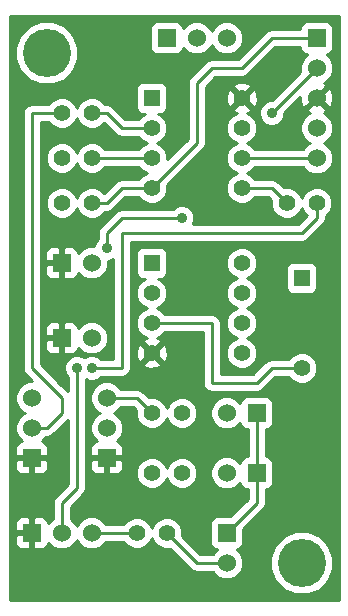
<source format=gtl>
G04 (created by PCBNEW (2013-07-07 BZR 4022)-stable) date 5/14/2015 10:53:47 PM*
%MOIN*%
G04 Gerber Fmt 3.4, Leading zero omitted, Abs format*
%FSLAX34Y34*%
G01*
G70*
G90*
G04 APERTURE LIST*
%ADD10C,0.00590551*%
%ADD11C,0.055*%
%ADD12R,0.06X0.06*%
%ADD13C,0.06*%
%ADD14R,0.055X0.055*%
%ADD15C,0.16*%
%ADD16C,0.035*%
%ADD17C,0.01*%
G04 APERTURE END LIST*
G54D10*
G54D11*
X72000Y-46500D03*
X71000Y-46500D03*
X69000Y-38000D03*
X68000Y-38000D03*
X69000Y-36500D03*
X68000Y-36500D03*
X75500Y-39500D03*
X76500Y-39500D03*
X69000Y-39500D03*
X68000Y-39500D03*
X72000Y-48500D03*
X71000Y-48500D03*
X71500Y-50500D03*
X70500Y-50500D03*
G54D12*
X76500Y-34000D03*
G54D13*
X76500Y-35000D03*
X76500Y-36000D03*
X76500Y-37000D03*
X76500Y-38000D03*
G54D12*
X67000Y-48000D03*
G54D13*
X67000Y-47000D03*
X67000Y-46000D03*
G54D12*
X69500Y-48000D03*
G54D13*
X69500Y-47000D03*
X69500Y-46000D03*
G54D12*
X67000Y-50500D03*
G54D13*
X68000Y-50500D03*
X69000Y-50500D03*
G54D12*
X74500Y-46500D03*
G54D13*
X73500Y-46500D03*
G54D12*
X74500Y-48500D03*
G54D13*
X73500Y-48500D03*
G54D12*
X73500Y-50500D03*
G54D13*
X73500Y-51500D03*
G54D12*
X68000Y-41500D03*
G54D13*
X69000Y-41500D03*
G54D12*
X68000Y-44000D03*
G54D13*
X69000Y-44000D03*
G54D14*
X71000Y-41500D03*
G54D11*
X71000Y-42500D03*
X71000Y-43500D03*
X71000Y-44500D03*
X74000Y-44500D03*
X74000Y-43500D03*
X74000Y-42500D03*
X74000Y-41500D03*
G54D14*
X71000Y-36000D03*
G54D11*
X71000Y-37000D03*
X71000Y-38000D03*
X71000Y-39000D03*
X74000Y-39000D03*
X74000Y-38000D03*
X74000Y-37000D03*
X74000Y-36000D03*
G54D14*
X76000Y-42000D03*
G54D11*
X76000Y-45000D03*
G54D15*
X67500Y-34500D03*
X76000Y-51500D03*
G54D12*
X71500Y-34000D03*
G54D13*
X72500Y-34000D03*
X73500Y-34000D03*
G54D16*
X69500Y-41000D03*
X72000Y-40000D03*
X69000Y-45000D03*
X68500Y-45000D03*
X75000Y-36500D03*
G54D17*
X69500Y-46000D02*
X70500Y-46000D01*
X70500Y-46000D02*
X71000Y-46500D01*
X70000Y-40000D02*
X69500Y-40500D01*
X69500Y-40500D02*
X69500Y-41000D01*
X72000Y-40000D02*
X70000Y-40000D01*
X69000Y-36500D02*
X69500Y-36500D01*
X70000Y-37000D02*
X71000Y-37000D01*
X69500Y-36500D02*
X70000Y-37000D01*
X69000Y-38000D02*
X71000Y-38000D01*
X71500Y-50500D02*
X72500Y-51500D01*
X72500Y-51500D02*
X73500Y-51500D01*
X76000Y-45000D02*
X75000Y-45000D01*
X73000Y-43500D02*
X71000Y-43500D01*
X73000Y-45500D02*
X73000Y-43500D01*
X74500Y-45500D02*
X73000Y-45500D01*
X75000Y-45000D02*
X74500Y-45500D01*
X74000Y-38000D02*
X76500Y-38000D01*
X76500Y-34000D02*
X75000Y-34000D01*
X72500Y-37500D02*
X71000Y-39000D01*
X72500Y-35500D02*
X72500Y-37500D01*
X73000Y-35000D02*
X72500Y-35500D01*
X74000Y-35000D02*
X73000Y-35000D01*
X75000Y-34000D02*
X74000Y-35000D01*
X69000Y-39500D02*
X69500Y-39500D01*
X70000Y-39000D02*
X71000Y-39000D01*
X69500Y-39500D02*
X70000Y-39000D01*
X76500Y-40000D02*
X76000Y-40500D01*
X76000Y-40500D02*
X70000Y-40500D01*
X70000Y-40500D02*
X70000Y-45000D01*
X70000Y-45000D02*
X69000Y-45000D01*
X76500Y-39500D02*
X76500Y-40000D01*
X68000Y-49500D02*
X68500Y-49000D01*
X68500Y-49000D02*
X68500Y-45000D01*
X68000Y-49500D02*
X68000Y-50500D01*
X74000Y-39000D02*
X75000Y-39000D01*
X75000Y-39000D02*
X75500Y-39500D01*
X69000Y-50500D02*
X70500Y-50500D01*
X67000Y-47000D02*
X67500Y-47000D01*
X67000Y-36500D02*
X68000Y-36500D01*
X67000Y-45000D02*
X67000Y-36500D01*
X68000Y-46000D02*
X67000Y-45000D01*
X68000Y-46500D02*
X68000Y-46000D01*
X67500Y-47000D02*
X68000Y-46500D01*
X76500Y-35000D02*
X75000Y-36500D01*
X74500Y-46500D02*
X74500Y-48500D01*
X73500Y-50500D02*
X74500Y-49500D01*
X74500Y-49500D02*
X74500Y-48500D01*
G54D10*
G36*
X77230Y-52730D02*
X77054Y-52730D01*
X77054Y-36081D01*
X77043Y-35863D01*
X76981Y-35712D01*
X76885Y-35684D01*
X76570Y-36000D01*
X76885Y-36315D01*
X76981Y-36287D01*
X77054Y-36081D01*
X77054Y-52730D01*
X77050Y-52730D01*
X77050Y-51292D01*
X77050Y-51291D01*
X77050Y-37891D01*
X76966Y-37688D01*
X76811Y-37534D01*
X76730Y-37500D01*
X76811Y-37466D01*
X76965Y-37311D01*
X77049Y-37109D01*
X77050Y-36891D01*
X76966Y-36688D01*
X76811Y-36534D01*
X76736Y-36502D01*
X76787Y-36481D01*
X76815Y-36385D01*
X76500Y-36070D01*
X76184Y-36385D01*
X76212Y-36481D01*
X76267Y-36500D01*
X76188Y-36533D01*
X76034Y-36688D01*
X75950Y-36890D01*
X75949Y-37108D01*
X76033Y-37311D01*
X76188Y-37465D01*
X76269Y-37499D01*
X76188Y-37533D01*
X76034Y-37688D01*
X76029Y-37700D01*
X74529Y-37700D01*
X74529Y-36075D01*
X74518Y-35867D01*
X74460Y-35727D01*
X74367Y-35702D01*
X74297Y-35773D01*
X74297Y-35632D01*
X74272Y-35539D01*
X74075Y-35470D01*
X73867Y-35481D01*
X73727Y-35539D01*
X73702Y-35632D01*
X74000Y-35929D01*
X74297Y-35632D01*
X74297Y-35773D01*
X74070Y-36000D01*
X74367Y-36297D01*
X74460Y-36272D01*
X74529Y-36075D01*
X74529Y-37700D01*
X74442Y-37700D01*
X74297Y-37555D01*
X74164Y-37499D01*
X74297Y-37445D01*
X74444Y-37297D01*
X74524Y-37104D01*
X74525Y-36896D01*
X74445Y-36703D01*
X74297Y-36555D01*
X74171Y-36502D01*
X74272Y-36460D01*
X74297Y-36367D01*
X74000Y-36070D01*
X73929Y-36141D01*
X73929Y-36000D01*
X73632Y-35702D01*
X73539Y-35727D01*
X73470Y-35924D01*
X73481Y-36132D01*
X73539Y-36272D01*
X73632Y-36297D01*
X73929Y-36000D01*
X73929Y-36141D01*
X73702Y-36367D01*
X73727Y-36460D01*
X73837Y-36499D01*
X73703Y-36554D01*
X73555Y-36702D01*
X73475Y-36895D01*
X73474Y-37103D01*
X73554Y-37297D01*
X73702Y-37444D01*
X73835Y-37500D01*
X73703Y-37554D01*
X73555Y-37702D01*
X73475Y-37895D01*
X73474Y-38103D01*
X73554Y-38297D01*
X73702Y-38444D01*
X73835Y-38500D01*
X73703Y-38554D01*
X73555Y-38702D01*
X73475Y-38895D01*
X73474Y-39103D01*
X73554Y-39297D01*
X73702Y-39444D01*
X73895Y-39524D01*
X74103Y-39525D01*
X74297Y-39445D01*
X74442Y-39300D01*
X74875Y-39300D01*
X74975Y-39399D01*
X74974Y-39603D01*
X75054Y-39797D01*
X75202Y-39944D01*
X75395Y-40024D01*
X75603Y-40025D01*
X75797Y-39945D01*
X75944Y-39797D01*
X76000Y-39664D01*
X76054Y-39797D01*
X76166Y-39909D01*
X75875Y-40200D01*
X72377Y-40200D01*
X72424Y-40084D01*
X72425Y-39915D01*
X72360Y-39759D01*
X72241Y-39639D01*
X72084Y-39575D01*
X71915Y-39574D01*
X71759Y-39639D01*
X71698Y-39700D01*
X70000Y-39700D01*
X69885Y-39722D01*
X69787Y-39787D01*
X69287Y-40287D01*
X69222Y-40385D01*
X69200Y-40500D01*
X69200Y-40698D01*
X69139Y-40758D01*
X69075Y-40915D01*
X69075Y-40950D01*
X68891Y-40949D01*
X68688Y-41033D01*
X68549Y-41172D01*
X68549Y-41150D01*
X68511Y-41058D01*
X68441Y-40987D01*
X68349Y-40949D01*
X68112Y-40950D01*
X68050Y-41012D01*
X68050Y-41450D01*
X68057Y-41450D01*
X68057Y-41550D01*
X68050Y-41550D01*
X68050Y-41987D01*
X68112Y-42050D01*
X68349Y-42050D01*
X68441Y-42012D01*
X68511Y-41941D01*
X68549Y-41849D01*
X68549Y-41827D01*
X68688Y-41965D01*
X68890Y-42049D01*
X69108Y-42050D01*
X69311Y-41966D01*
X69465Y-41811D01*
X69549Y-41609D01*
X69550Y-41425D01*
X69584Y-41425D01*
X69700Y-41377D01*
X69700Y-44700D01*
X69550Y-44700D01*
X69550Y-43891D01*
X69466Y-43688D01*
X69311Y-43534D01*
X69109Y-43450D01*
X68891Y-43449D01*
X68688Y-43533D01*
X68549Y-43672D01*
X68549Y-43650D01*
X68511Y-43558D01*
X68441Y-43487D01*
X68349Y-43449D01*
X68112Y-43450D01*
X68050Y-43512D01*
X68050Y-43950D01*
X68057Y-43950D01*
X68057Y-44050D01*
X68050Y-44050D01*
X68050Y-44487D01*
X68112Y-44550D01*
X68349Y-44550D01*
X68441Y-44512D01*
X68511Y-44441D01*
X68549Y-44349D01*
X68549Y-44327D01*
X68688Y-44465D01*
X68890Y-44549D01*
X69108Y-44550D01*
X69311Y-44466D01*
X69465Y-44311D01*
X69549Y-44109D01*
X69550Y-43891D01*
X69550Y-44700D01*
X69301Y-44700D01*
X69241Y-44639D01*
X69084Y-44575D01*
X68915Y-44574D01*
X68759Y-44639D01*
X68750Y-44648D01*
X68741Y-44639D01*
X68584Y-44575D01*
X68415Y-44574D01*
X68259Y-44639D01*
X68139Y-44758D01*
X68075Y-44915D01*
X68074Y-45084D01*
X68139Y-45240D01*
X68200Y-45301D01*
X68200Y-45775D01*
X67950Y-45525D01*
X67950Y-44487D01*
X67950Y-44050D01*
X67950Y-43950D01*
X67950Y-43512D01*
X67950Y-41987D01*
X67950Y-41550D01*
X67950Y-41450D01*
X67950Y-41012D01*
X67887Y-40950D01*
X67650Y-40949D01*
X67558Y-40987D01*
X67488Y-41058D01*
X67450Y-41150D01*
X67449Y-41249D01*
X67450Y-41387D01*
X67512Y-41450D01*
X67950Y-41450D01*
X67950Y-41550D01*
X67512Y-41550D01*
X67450Y-41612D01*
X67449Y-41750D01*
X67450Y-41849D01*
X67488Y-41941D01*
X67558Y-42012D01*
X67650Y-42050D01*
X67887Y-42050D01*
X67950Y-41987D01*
X67950Y-43512D01*
X67887Y-43450D01*
X67650Y-43449D01*
X67558Y-43487D01*
X67488Y-43558D01*
X67450Y-43650D01*
X67449Y-43749D01*
X67450Y-43887D01*
X67512Y-43950D01*
X67950Y-43950D01*
X67950Y-44050D01*
X67512Y-44050D01*
X67450Y-44112D01*
X67449Y-44250D01*
X67450Y-44349D01*
X67488Y-44441D01*
X67558Y-44512D01*
X67650Y-44550D01*
X67887Y-44550D01*
X67950Y-44487D01*
X67950Y-45525D01*
X67300Y-44875D01*
X67300Y-36800D01*
X67557Y-36800D01*
X67702Y-36944D01*
X67895Y-37024D01*
X68103Y-37025D01*
X68297Y-36945D01*
X68444Y-36797D01*
X68500Y-36664D01*
X68554Y-36797D01*
X68702Y-36944D01*
X68895Y-37024D01*
X69103Y-37025D01*
X69297Y-36945D01*
X69409Y-36833D01*
X69787Y-37212D01*
X69787Y-37212D01*
X69885Y-37277D01*
X70000Y-37300D01*
X70557Y-37300D01*
X70702Y-37444D01*
X70835Y-37500D01*
X70703Y-37554D01*
X70557Y-37700D01*
X69442Y-37700D01*
X69297Y-37555D01*
X69104Y-37475D01*
X68896Y-37474D01*
X68703Y-37554D01*
X68555Y-37702D01*
X68499Y-37835D01*
X68445Y-37703D01*
X68297Y-37555D01*
X68104Y-37475D01*
X67896Y-37474D01*
X67703Y-37554D01*
X67555Y-37702D01*
X67475Y-37895D01*
X67474Y-38103D01*
X67554Y-38297D01*
X67702Y-38444D01*
X67895Y-38524D01*
X68103Y-38525D01*
X68297Y-38445D01*
X68444Y-38297D01*
X68500Y-38164D01*
X68554Y-38297D01*
X68702Y-38444D01*
X68895Y-38524D01*
X69103Y-38525D01*
X69297Y-38445D01*
X69442Y-38300D01*
X70557Y-38300D01*
X70702Y-38444D01*
X70835Y-38500D01*
X70703Y-38554D01*
X70557Y-38700D01*
X70000Y-38700D01*
X69885Y-38722D01*
X69787Y-38787D01*
X69409Y-39166D01*
X69297Y-39055D01*
X69104Y-38975D01*
X68896Y-38974D01*
X68703Y-39054D01*
X68555Y-39202D01*
X68499Y-39335D01*
X68445Y-39203D01*
X68297Y-39055D01*
X68104Y-38975D01*
X67896Y-38974D01*
X67703Y-39054D01*
X67555Y-39202D01*
X67475Y-39395D01*
X67474Y-39603D01*
X67554Y-39797D01*
X67702Y-39944D01*
X67895Y-40024D01*
X68103Y-40025D01*
X68297Y-39945D01*
X68444Y-39797D01*
X68500Y-39664D01*
X68554Y-39797D01*
X68702Y-39944D01*
X68895Y-40024D01*
X69103Y-40025D01*
X69297Y-39945D01*
X69442Y-39800D01*
X69500Y-39800D01*
X69500Y-39799D01*
X69614Y-39777D01*
X69614Y-39777D01*
X69712Y-39712D01*
X70124Y-39300D01*
X70557Y-39300D01*
X70702Y-39444D01*
X70895Y-39524D01*
X71103Y-39525D01*
X71297Y-39445D01*
X71444Y-39297D01*
X71524Y-39104D01*
X71525Y-38899D01*
X72712Y-37712D01*
X72712Y-37712D01*
X72777Y-37614D01*
X72799Y-37500D01*
X72800Y-37500D01*
X72800Y-35624D01*
X73124Y-35300D01*
X74000Y-35300D01*
X74000Y-35299D01*
X74114Y-35277D01*
X74114Y-35277D01*
X74212Y-35212D01*
X75124Y-34300D01*
X75949Y-34300D01*
X75949Y-34349D01*
X75987Y-34441D01*
X76058Y-34511D01*
X76150Y-34549D01*
X76172Y-34549D01*
X76034Y-34688D01*
X75950Y-34890D01*
X75949Y-35108D01*
X75954Y-35120D01*
X75000Y-36075D01*
X74915Y-36074D01*
X74759Y-36139D01*
X74639Y-36258D01*
X74575Y-36415D01*
X74574Y-36584D01*
X74639Y-36740D01*
X74758Y-36860D01*
X74915Y-36924D01*
X75084Y-36925D01*
X75240Y-36860D01*
X75360Y-36741D01*
X75424Y-36584D01*
X75425Y-36499D01*
X75948Y-35976D01*
X75956Y-36136D01*
X76018Y-36287D01*
X76114Y-36315D01*
X76429Y-36000D01*
X76423Y-35994D01*
X76494Y-35923D01*
X76500Y-35929D01*
X76815Y-35614D01*
X76787Y-35518D01*
X76732Y-35499D01*
X76811Y-35466D01*
X76965Y-35311D01*
X77049Y-35109D01*
X77050Y-34891D01*
X76966Y-34688D01*
X76827Y-34550D01*
X76849Y-34550D01*
X76941Y-34512D01*
X77011Y-34441D01*
X77049Y-34349D01*
X77050Y-34250D01*
X77050Y-33650D01*
X77012Y-33558D01*
X76941Y-33488D01*
X76849Y-33450D01*
X76750Y-33449D01*
X76150Y-33449D01*
X76058Y-33487D01*
X75988Y-33558D01*
X75950Y-33650D01*
X75950Y-33700D01*
X75000Y-33700D01*
X74885Y-33722D01*
X74787Y-33787D01*
X74050Y-34525D01*
X74050Y-33891D01*
X73966Y-33688D01*
X73811Y-33534D01*
X73609Y-33450D01*
X73391Y-33449D01*
X73188Y-33533D01*
X73034Y-33688D01*
X73000Y-33769D01*
X72966Y-33688D01*
X72811Y-33534D01*
X72609Y-33450D01*
X72391Y-33449D01*
X72188Y-33533D01*
X72050Y-33672D01*
X72050Y-33650D01*
X72012Y-33558D01*
X71941Y-33488D01*
X71849Y-33450D01*
X71750Y-33449D01*
X71150Y-33449D01*
X71058Y-33487D01*
X70988Y-33558D01*
X70950Y-33650D01*
X70949Y-33749D01*
X70949Y-34349D01*
X70987Y-34441D01*
X71058Y-34511D01*
X71150Y-34549D01*
X71249Y-34550D01*
X71849Y-34550D01*
X71941Y-34512D01*
X72011Y-34441D01*
X72049Y-34349D01*
X72049Y-34327D01*
X72188Y-34465D01*
X72390Y-34549D01*
X72608Y-34550D01*
X72811Y-34466D01*
X72965Y-34311D01*
X72999Y-34230D01*
X73033Y-34311D01*
X73188Y-34465D01*
X73390Y-34549D01*
X73608Y-34550D01*
X73811Y-34466D01*
X73965Y-34311D01*
X74049Y-34109D01*
X74050Y-33891D01*
X74050Y-34525D01*
X73875Y-34700D01*
X73000Y-34700D01*
X72885Y-34722D01*
X72787Y-34787D01*
X72287Y-35287D01*
X72222Y-35385D01*
X72200Y-35500D01*
X72200Y-37375D01*
X71524Y-38050D01*
X71525Y-37896D01*
X71445Y-37703D01*
X71297Y-37555D01*
X71164Y-37499D01*
X71297Y-37445D01*
X71444Y-37297D01*
X71524Y-37104D01*
X71525Y-36896D01*
X71445Y-36703D01*
X71297Y-36555D01*
X71225Y-36525D01*
X71324Y-36525D01*
X71416Y-36487D01*
X71486Y-36416D01*
X71524Y-36324D01*
X71525Y-36225D01*
X71525Y-35675D01*
X71487Y-35583D01*
X71416Y-35513D01*
X71324Y-35475D01*
X71225Y-35474D01*
X70675Y-35474D01*
X70583Y-35512D01*
X70513Y-35583D01*
X70475Y-35675D01*
X70474Y-35774D01*
X70474Y-36324D01*
X70512Y-36416D01*
X70583Y-36486D01*
X70675Y-36524D01*
X70774Y-36525D01*
X70774Y-36525D01*
X70703Y-36554D01*
X70557Y-36700D01*
X70124Y-36700D01*
X69712Y-36287D01*
X69614Y-36222D01*
X69500Y-36200D01*
X69442Y-36200D01*
X69297Y-36055D01*
X69104Y-35975D01*
X68896Y-35974D01*
X68703Y-36054D01*
X68555Y-36202D01*
X68550Y-36214D01*
X68550Y-34292D01*
X68390Y-33906D01*
X68095Y-33610D01*
X67709Y-33450D01*
X67292Y-33449D01*
X66906Y-33609D01*
X66610Y-33904D01*
X66450Y-34290D01*
X66449Y-34707D01*
X66609Y-35094D01*
X66904Y-35389D01*
X67290Y-35549D01*
X67707Y-35550D01*
X68094Y-35390D01*
X68389Y-35095D01*
X68549Y-34709D01*
X68550Y-34292D01*
X68550Y-36214D01*
X68499Y-36335D01*
X68445Y-36203D01*
X68297Y-36055D01*
X68104Y-35975D01*
X67896Y-35974D01*
X67703Y-36054D01*
X67557Y-36200D01*
X67000Y-36200D01*
X66885Y-36222D01*
X66787Y-36287D01*
X66722Y-36385D01*
X66700Y-36500D01*
X66700Y-45000D01*
X66722Y-45114D01*
X66787Y-45212D01*
X67025Y-45450D01*
X66891Y-45449D01*
X66688Y-45533D01*
X66534Y-45688D01*
X66450Y-45890D01*
X66449Y-46108D01*
X66533Y-46311D01*
X66688Y-46465D01*
X66769Y-46499D01*
X66688Y-46533D01*
X66534Y-46688D01*
X66450Y-46890D01*
X66449Y-47108D01*
X66533Y-47311D01*
X66672Y-47450D01*
X66650Y-47450D01*
X66558Y-47488D01*
X66487Y-47558D01*
X66449Y-47650D01*
X66450Y-47887D01*
X66512Y-47950D01*
X66950Y-47950D01*
X66950Y-47942D01*
X67050Y-47942D01*
X67050Y-47950D01*
X67487Y-47950D01*
X67550Y-47887D01*
X67550Y-47650D01*
X67512Y-47558D01*
X67441Y-47488D01*
X67349Y-47450D01*
X67327Y-47450D01*
X67465Y-47311D01*
X67470Y-47300D01*
X67500Y-47300D01*
X67500Y-47299D01*
X67614Y-47277D01*
X67614Y-47277D01*
X67712Y-47212D01*
X68200Y-46724D01*
X68200Y-48875D01*
X67787Y-49287D01*
X67722Y-49385D01*
X67700Y-49500D01*
X67700Y-50028D01*
X67688Y-50033D01*
X67550Y-50172D01*
X67550Y-48349D01*
X67550Y-48112D01*
X67487Y-48050D01*
X67050Y-48050D01*
X67050Y-48487D01*
X67112Y-48550D01*
X67250Y-48550D01*
X67349Y-48549D01*
X67441Y-48511D01*
X67512Y-48441D01*
X67550Y-48349D01*
X67550Y-50172D01*
X67549Y-50172D01*
X67549Y-50150D01*
X67511Y-50058D01*
X67441Y-49987D01*
X67349Y-49949D01*
X67112Y-49950D01*
X67050Y-50012D01*
X67050Y-50450D01*
X67057Y-50450D01*
X67057Y-50550D01*
X67050Y-50550D01*
X67050Y-50987D01*
X67112Y-51050D01*
X67349Y-51050D01*
X67441Y-51012D01*
X67511Y-50941D01*
X67549Y-50849D01*
X67549Y-50827D01*
X67688Y-50965D01*
X67890Y-51049D01*
X68108Y-51050D01*
X68311Y-50966D01*
X68465Y-50811D01*
X68499Y-50730D01*
X68533Y-50811D01*
X68688Y-50965D01*
X68890Y-51049D01*
X69108Y-51050D01*
X69311Y-50966D01*
X69465Y-50811D01*
X69470Y-50800D01*
X70057Y-50800D01*
X70202Y-50944D01*
X70395Y-51024D01*
X70603Y-51025D01*
X70797Y-50945D01*
X70944Y-50797D01*
X71000Y-50664D01*
X71054Y-50797D01*
X71202Y-50944D01*
X71395Y-51024D01*
X71600Y-51025D01*
X72287Y-51712D01*
X72287Y-51712D01*
X72385Y-51777D01*
X72500Y-51800D01*
X73028Y-51800D01*
X73033Y-51811D01*
X73188Y-51965D01*
X73390Y-52049D01*
X73608Y-52050D01*
X73811Y-51966D01*
X73965Y-51811D01*
X74049Y-51609D01*
X74050Y-51391D01*
X73966Y-51188D01*
X73827Y-51050D01*
X73849Y-51050D01*
X73941Y-51012D01*
X74011Y-50941D01*
X74049Y-50849D01*
X74050Y-50750D01*
X74050Y-50374D01*
X74712Y-49712D01*
X74712Y-49712D01*
X74777Y-49614D01*
X74799Y-49500D01*
X74800Y-49500D01*
X74800Y-49050D01*
X74849Y-49050D01*
X74941Y-49012D01*
X75011Y-48941D01*
X75049Y-48849D01*
X75050Y-48750D01*
X75050Y-48150D01*
X75012Y-48058D01*
X74941Y-47988D01*
X74849Y-47950D01*
X74800Y-47950D01*
X74800Y-47050D01*
X74849Y-47050D01*
X74941Y-47012D01*
X75011Y-46941D01*
X75049Y-46849D01*
X75050Y-46750D01*
X75050Y-46150D01*
X75012Y-46058D01*
X74941Y-45988D01*
X74849Y-45950D01*
X74750Y-45949D01*
X74150Y-45949D01*
X74058Y-45987D01*
X73988Y-46058D01*
X73950Y-46150D01*
X73950Y-46172D01*
X73811Y-46034D01*
X73609Y-45950D01*
X73391Y-45949D01*
X73188Y-46033D01*
X73034Y-46188D01*
X72950Y-46390D01*
X72949Y-46608D01*
X73033Y-46811D01*
X73188Y-46965D01*
X73390Y-47049D01*
X73608Y-47050D01*
X73811Y-46966D01*
X73949Y-46827D01*
X73949Y-46849D01*
X73987Y-46941D01*
X74058Y-47011D01*
X74150Y-47049D01*
X74200Y-47049D01*
X74200Y-47949D01*
X74150Y-47949D01*
X74058Y-47987D01*
X73988Y-48058D01*
X73950Y-48150D01*
X73950Y-48172D01*
X73811Y-48034D01*
X73609Y-47950D01*
X73391Y-47949D01*
X73188Y-48033D01*
X73034Y-48188D01*
X72950Y-48390D01*
X72949Y-48608D01*
X73033Y-48811D01*
X73188Y-48965D01*
X73390Y-49049D01*
X73608Y-49050D01*
X73811Y-48966D01*
X73949Y-48827D01*
X73949Y-48849D01*
X73987Y-48941D01*
X74058Y-49011D01*
X74150Y-49049D01*
X74200Y-49049D01*
X74200Y-49375D01*
X73625Y-49949D01*
X73150Y-49949D01*
X73058Y-49987D01*
X72988Y-50058D01*
X72950Y-50150D01*
X72949Y-50249D01*
X72949Y-50849D01*
X72987Y-50941D01*
X73058Y-51011D01*
X73150Y-51049D01*
X73172Y-51049D01*
X73034Y-51188D01*
X73029Y-51200D01*
X72624Y-51200D01*
X72525Y-51100D01*
X72525Y-48396D01*
X72525Y-46396D01*
X72445Y-46203D01*
X72297Y-46055D01*
X72104Y-45975D01*
X71896Y-45974D01*
X71703Y-46054D01*
X71555Y-46202D01*
X71529Y-46263D01*
X71529Y-44575D01*
X71518Y-44367D01*
X71460Y-44227D01*
X71367Y-44202D01*
X71070Y-44500D01*
X71367Y-44797D01*
X71460Y-44772D01*
X71529Y-44575D01*
X71529Y-46263D01*
X71499Y-46335D01*
X71445Y-46203D01*
X71297Y-46055D01*
X71297Y-46054D01*
X71297Y-44867D01*
X71000Y-44570D01*
X70929Y-44641D01*
X70929Y-44500D01*
X70632Y-44202D01*
X70539Y-44227D01*
X70470Y-44424D01*
X70481Y-44632D01*
X70539Y-44772D01*
X70632Y-44797D01*
X70929Y-44500D01*
X70929Y-44641D01*
X70702Y-44867D01*
X70727Y-44960D01*
X70924Y-45029D01*
X71132Y-45018D01*
X71272Y-44960D01*
X71297Y-44867D01*
X71297Y-46054D01*
X71104Y-45975D01*
X70899Y-45974D01*
X70712Y-45787D01*
X70614Y-45722D01*
X70500Y-45700D01*
X69971Y-45700D01*
X69966Y-45688D01*
X69811Y-45534D01*
X69609Y-45450D01*
X69391Y-45449D01*
X69188Y-45533D01*
X69034Y-45688D01*
X68950Y-45890D01*
X68949Y-46108D01*
X69033Y-46311D01*
X69188Y-46465D01*
X69269Y-46499D01*
X69188Y-46533D01*
X69034Y-46688D01*
X68950Y-46890D01*
X68949Y-47108D01*
X69033Y-47311D01*
X69172Y-47450D01*
X69150Y-47450D01*
X69058Y-47488D01*
X68987Y-47558D01*
X68949Y-47650D01*
X68950Y-47887D01*
X69012Y-47950D01*
X69450Y-47950D01*
X69450Y-47942D01*
X69550Y-47942D01*
X69550Y-47950D01*
X69987Y-47950D01*
X70050Y-47887D01*
X70050Y-47650D01*
X70012Y-47558D01*
X69941Y-47488D01*
X69849Y-47450D01*
X69827Y-47450D01*
X69965Y-47311D01*
X70049Y-47109D01*
X70050Y-46891D01*
X69966Y-46688D01*
X69811Y-46534D01*
X69730Y-46500D01*
X69811Y-46466D01*
X69965Y-46311D01*
X69970Y-46300D01*
X70375Y-46300D01*
X70475Y-46399D01*
X70474Y-46603D01*
X70554Y-46797D01*
X70702Y-46944D01*
X70895Y-47024D01*
X71103Y-47025D01*
X71297Y-46945D01*
X71444Y-46797D01*
X71500Y-46664D01*
X71554Y-46797D01*
X71702Y-46944D01*
X71895Y-47024D01*
X72103Y-47025D01*
X72297Y-46945D01*
X72444Y-46797D01*
X72524Y-46604D01*
X72525Y-46396D01*
X72525Y-48396D01*
X72445Y-48203D01*
X72297Y-48055D01*
X72104Y-47975D01*
X71896Y-47974D01*
X71703Y-48054D01*
X71555Y-48202D01*
X71499Y-48335D01*
X71445Y-48203D01*
X71297Y-48055D01*
X71104Y-47975D01*
X70896Y-47974D01*
X70703Y-48054D01*
X70555Y-48202D01*
X70475Y-48395D01*
X70474Y-48603D01*
X70554Y-48797D01*
X70702Y-48944D01*
X70895Y-49024D01*
X71103Y-49025D01*
X71297Y-48945D01*
X71444Y-48797D01*
X71500Y-48664D01*
X71554Y-48797D01*
X71702Y-48944D01*
X71895Y-49024D01*
X72103Y-49025D01*
X72297Y-48945D01*
X72444Y-48797D01*
X72524Y-48604D01*
X72525Y-48396D01*
X72525Y-51100D01*
X72024Y-50600D01*
X72025Y-50396D01*
X71945Y-50203D01*
X71797Y-50055D01*
X71604Y-49975D01*
X71396Y-49974D01*
X71203Y-50054D01*
X71055Y-50202D01*
X70999Y-50335D01*
X70945Y-50203D01*
X70797Y-50055D01*
X70604Y-49975D01*
X70396Y-49974D01*
X70203Y-50054D01*
X70057Y-50200D01*
X70050Y-50200D01*
X70050Y-48349D01*
X70050Y-48112D01*
X69987Y-48050D01*
X69550Y-48050D01*
X69550Y-48487D01*
X69612Y-48550D01*
X69750Y-48550D01*
X69849Y-48549D01*
X69941Y-48511D01*
X70012Y-48441D01*
X70050Y-48349D01*
X70050Y-50200D01*
X69471Y-50200D01*
X69466Y-50188D01*
X69450Y-50172D01*
X69450Y-48487D01*
X69450Y-48050D01*
X69012Y-48050D01*
X68950Y-48112D01*
X68949Y-48349D01*
X68987Y-48441D01*
X69058Y-48511D01*
X69150Y-48549D01*
X69249Y-48550D01*
X69387Y-48550D01*
X69450Y-48487D01*
X69450Y-50172D01*
X69311Y-50034D01*
X69109Y-49950D01*
X68891Y-49949D01*
X68688Y-50033D01*
X68534Y-50188D01*
X68500Y-50269D01*
X68466Y-50188D01*
X68311Y-50034D01*
X68300Y-50029D01*
X68300Y-49624D01*
X68712Y-49212D01*
X68712Y-49212D01*
X68777Y-49114D01*
X68799Y-49000D01*
X68800Y-49000D01*
X68800Y-45377D01*
X68915Y-45424D01*
X69084Y-45425D01*
X69240Y-45360D01*
X69301Y-45300D01*
X70000Y-45300D01*
X70114Y-45277D01*
X70212Y-45212D01*
X70277Y-45114D01*
X70300Y-45000D01*
X70300Y-40800D01*
X76000Y-40800D01*
X76000Y-40799D01*
X76114Y-40777D01*
X76114Y-40777D01*
X76212Y-40712D01*
X76712Y-40212D01*
X76712Y-40212D01*
X76777Y-40114D01*
X76799Y-40000D01*
X76800Y-40000D01*
X76800Y-39942D01*
X76944Y-39797D01*
X77024Y-39604D01*
X77025Y-39396D01*
X76945Y-39203D01*
X76797Y-39055D01*
X76604Y-38975D01*
X76396Y-38974D01*
X76203Y-39054D01*
X76055Y-39202D01*
X75999Y-39335D01*
X75945Y-39203D01*
X75797Y-39055D01*
X75604Y-38975D01*
X75399Y-38974D01*
X75212Y-38787D01*
X75114Y-38722D01*
X75000Y-38700D01*
X74442Y-38700D01*
X74297Y-38555D01*
X74164Y-38499D01*
X74297Y-38445D01*
X74442Y-38300D01*
X76028Y-38300D01*
X76033Y-38311D01*
X76188Y-38465D01*
X76390Y-38549D01*
X76608Y-38550D01*
X76811Y-38466D01*
X76965Y-38311D01*
X77049Y-38109D01*
X77050Y-37891D01*
X77050Y-51291D01*
X76890Y-50906D01*
X76595Y-50610D01*
X76525Y-50581D01*
X76525Y-44896D01*
X76525Y-44895D01*
X76525Y-42225D01*
X76525Y-41675D01*
X76487Y-41583D01*
X76416Y-41513D01*
X76324Y-41475D01*
X76225Y-41474D01*
X75675Y-41474D01*
X75583Y-41512D01*
X75513Y-41583D01*
X75475Y-41675D01*
X75474Y-41774D01*
X75474Y-42324D01*
X75512Y-42416D01*
X75583Y-42486D01*
X75675Y-42524D01*
X75774Y-42525D01*
X76324Y-42525D01*
X76416Y-42487D01*
X76486Y-42416D01*
X76524Y-42324D01*
X76525Y-42225D01*
X76525Y-44895D01*
X76445Y-44703D01*
X76297Y-44555D01*
X76104Y-44475D01*
X75896Y-44474D01*
X75703Y-44554D01*
X75557Y-44700D01*
X75000Y-44700D01*
X74885Y-44722D01*
X74787Y-44787D01*
X74525Y-45050D01*
X74525Y-44396D01*
X74445Y-44203D01*
X74297Y-44055D01*
X74164Y-43999D01*
X74297Y-43945D01*
X74444Y-43797D01*
X74524Y-43604D01*
X74525Y-43396D01*
X74445Y-43203D01*
X74297Y-43055D01*
X74164Y-42999D01*
X74297Y-42945D01*
X74444Y-42797D01*
X74524Y-42604D01*
X74525Y-42396D01*
X74445Y-42203D01*
X74297Y-42055D01*
X74164Y-41999D01*
X74297Y-41945D01*
X74444Y-41797D01*
X74524Y-41604D01*
X74525Y-41396D01*
X74445Y-41203D01*
X74297Y-41055D01*
X74104Y-40975D01*
X73896Y-40974D01*
X73703Y-41054D01*
X73555Y-41202D01*
X73475Y-41395D01*
X73474Y-41603D01*
X73554Y-41797D01*
X73702Y-41944D01*
X73835Y-42000D01*
X73703Y-42054D01*
X73555Y-42202D01*
X73475Y-42395D01*
X73474Y-42603D01*
X73554Y-42797D01*
X73702Y-42944D01*
X73835Y-43000D01*
X73703Y-43054D01*
X73555Y-43202D01*
X73475Y-43395D01*
X73474Y-43603D01*
X73554Y-43797D01*
X73702Y-43944D01*
X73835Y-44000D01*
X73703Y-44054D01*
X73555Y-44202D01*
X73475Y-44395D01*
X73474Y-44603D01*
X73554Y-44797D01*
X73702Y-44944D01*
X73895Y-45024D01*
X74103Y-45025D01*
X74297Y-44945D01*
X74444Y-44797D01*
X74524Y-44604D01*
X74525Y-44396D01*
X74525Y-45050D01*
X74375Y-45200D01*
X73300Y-45200D01*
X73300Y-43500D01*
X73277Y-43385D01*
X73212Y-43287D01*
X73114Y-43222D01*
X73000Y-43200D01*
X71442Y-43200D01*
X71297Y-43055D01*
X71164Y-42999D01*
X71297Y-42945D01*
X71444Y-42797D01*
X71524Y-42604D01*
X71525Y-42396D01*
X71445Y-42203D01*
X71297Y-42055D01*
X71225Y-42025D01*
X71324Y-42025D01*
X71416Y-41987D01*
X71486Y-41916D01*
X71524Y-41824D01*
X71525Y-41725D01*
X71525Y-41175D01*
X71487Y-41083D01*
X71416Y-41013D01*
X71324Y-40975D01*
X71225Y-40974D01*
X70675Y-40974D01*
X70583Y-41012D01*
X70513Y-41083D01*
X70475Y-41175D01*
X70474Y-41274D01*
X70474Y-41824D01*
X70512Y-41916D01*
X70583Y-41986D01*
X70675Y-42024D01*
X70774Y-42025D01*
X70774Y-42025D01*
X70703Y-42054D01*
X70555Y-42202D01*
X70475Y-42395D01*
X70474Y-42603D01*
X70554Y-42797D01*
X70702Y-42944D01*
X70835Y-43000D01*
X70703Y-43054D01*
X70555Y-43202D01*
X70475Y-43395D01*
X70474Y-43603D01*
X70554Y-43797D01*
X70702Y-43944D01*
X70828Y-43997D01*
X70727Y-44039D01*
X70702Y-44132D01*
X71000Y-44429D01*
X71297Y-44132D01*
X71272Y-44039D01*
X71162Y-44000D01*
X71297Y-43945D01*
X71442Y-43800D01*
X72700Y-43800D01*
X72700Y-45500D01*
X72722Y-45614D01*
X72787Y-45712D01*
X72885Y-45777D01*
X73000Y-45800D01*
X74500Y-45800D01*
X74500Y-45799D01*
X74614Y-45777D01*
X74614Y-45777D01*
X74712Y-45712D01*
X75124Y-45300D01*
X75557Y-45300D01*
X75702Y-45444D01*
X75895Y-45524D01*
X76103Y-45525D01*
X76297Y-45445D01*
X76444Y-45297D01*
X76524Y-45104D01*
X76525Y-44896D01*
X76525Y-50581D01*
X76209Y-50450D01*
X75792Y-50449D01*
X75406Y-50609D01*
X75110Y-50904D01*
X74950Y-51290D01*
X74949Y-51707D01*
X75109Y-52094D01*
X75404Y-52389D01*
X75790Y-52549D01*
X76207Y-52550D01*
X76594Y-52390D01*
X76889Y-52095D01*
X77049Y-51709D01*
X77050Y-51292D01*
X77050Y-52730D01*
X66950Y-52730D01*
X66950Y-50987D01*
X66950Y-50550D01*
X66950Y-50450D01*
X66950Y-50012D01*
X66950Y-48487D01*
X66950Y-48050D01*
X66512Y-48050D01*
X66450Y-48112D01*
X66449Y-48349D01*
X66487Y-48441D01*
X66558Y-48511D01*
X66650Y-48549D01*
X66749Y-48550D01*
X66887Y-48550D01*
X66950Y-48487D01*
X66950Y-50012D01*
X66887Y-49950D01*
X66650Y-49949D01*
X66558Y-49987D01*
X66488Y-50058D01*
X66450Y-50150D01*
X66449Y-50249D01*
X66450Y-50387D01*
X66512Y-50450D01*
X66950Y-50450D01*
X66950Y-50550D01*
X66512Y-50550D01*
X66450Y-50612D01*
X66449Y-50750D01*
X66450Y-50849D01*
X66488Y-50941D01*
X66558Y-51012D01*
X66650Y-51050D01*
X66887Y-51050D01*
X66950Y-50987D01*
X66950Y-52730D01*
X66269Y-52730D01*
X66269Y-52500D01*
X66269Y-33269D01*
X77230Y-33269D01*
X77230Y-52500D01*
X77230Y-52730D01*
X77230Y-52730D01*
G37*
G54D17*
X77230Y-52730D02*
X77054Y-52730D01*
X77054Y-36081D01*
X77043Y-35863D01*
X76981Y-35712D01*
X76885Y-35684D01*
X76570Y-36000D01*
X76885Y-36315D01*
X76981Y-36287D01*
X77054Y-36081D01*
X77054Y-52730D01*
X77050Y-52730D01*
X77050Y-51292D01*
X77050Y-51291D01*
X77050Y-37891D01*
X76966Y-37688D01*
X76811Y-37534D01*
X76730Y-37500D01*
X76811Y-37466D01*
X76965Y-37311D01*
X77049Y-37109D01*
X77050Y-36891D01*
X76966Y-36688D01*
X76811Y-36534D01*
X76736Y-36502D01*
X76787Y-36481D01*
X76815Y-36385D01*
X76500Y-36070D01*
X76184Y-36385D01*
X76212Y-36481D01*
X76267Y-36500D01*
X76188Y-36533D01*
X76034Y-36688D01*
X75950Y-36890D01*
X75949Y-37108D01*
X76033Y-37311D01*
X76188Y-37465D01*
X76269Y-37499D01*
X76188Y-37533D01*
X76034Y-37688D01*
X76029Y-37700D01*
X74529Y-37700D01*
X74529Y-36075D01*
X74518Y-35867D01*
X74460Y-35727D01*
X74367Y-35702D01*
X74297Y-35773D01*
X74297Y-35632D01*
X74272Y-35539D01*
X74075Y-35470D01*
X73867Y-35481D01*
X73727Y-35539D01*
X73702Y-35632D01*
X74000Y-35929D01*
X74297Y-35632D01*
X74297Y-35773D01*
X74070Y-36000D01*
X74367Y-36297D01*
X74460Y-36272D01*
X74529Y-36075D01*
X74529Y-37700D01*
X74442Y-37700D01*
X74297Y-37555D01*
X74164Y-37499D01*
X74297Y-37445D01*
X74444Y-37297D01*
X74524Y-37104D01*
X74525Y-36896D01*
X74445Y-36703D01*
X74297Y-36555D01*
X74171Y-36502D01*
X74272Y-36460D01*
X74297Y-36367D01*
X74000Y-36070D01*
X73929Y-36141D01*
X73929Y-36000D01*
X73632Y-35702D01*
X73539Y-35727D01*
X73470Y-35924D01*
X73481Y-36132D01*
X73539Y-36272D01*
X73632Y-36297D01*
X73929Y-36000D01*
X73929Y-36141D01*
X73702Y-36367D01*
X73727Y-36460D01*
X73837Y-36499D01*
X73703Y-36554D01*
X73555Y-36702D01*
X73475Y-36895D01*
X73474Y-37103D01*
X73554Y-37297D01*
X73702Y-37444D01*
X73835Y-37500D01*
X73703Y-37554D01*
X73555Y-37702D01*
X73475Y-37895D01*
X73474Y-38103D01*
X73554Y-38297D01*
X73702Y-38444D01*
X73835Y-38500D01*
X73703Y-38554D01*
X73555Y-38702D01*
X73475Y-38895D01*
X73474Y-39103D01*
X73554Y-39297D01*
X73702Y-39444D01*
X73895Y-39524D01*
X74103Y-39525D01*
X74297Y-39445D01*
X74442Y-39300D01*
X74875Y-39300D01*
X74975Y-39399D01*
X74974Y-39603D01*
X75054Y-39797D01*
X75202Y-39944D01*
X75395Y-40024D01*
X75603Y-40025D01*
X75797Y-39945D01*
X75944Y-39797D01*
X76000Y-39664D01*
X76054Y-39797D01*
X76166Y-39909D01*
X75875Y-40200D01*
X72377Y-40200D01*
X72424Y-40084D01*
X72425Y-39915D01*
X72360Y-39759D01*
X72241Y-39639D01*
X72084Y-39575D01*
X71915Y-39574D01*
X71759Y-39639D01*
X71698Y-39700D01*
X70000Y-39700D01*
X69885Y-39722D01*
X69787Y-39787D01*
X69287Y-40287D01*
X69222Y-40385D01*
X69200Y-40500D01*
X69200Y-40698D01*
X69139Y-40758D01*
X69075Y-40915D01*
X69075Y-40950D01*
X68891Y-40949D01*
X68688Y-41033D01*
X68549Y-41172D01*
X68549Y-41150D01*
X68511Y-41058D01*
X68441Y-40987D01*
X68349Y-40949D01*
X68112Y-40950D01*
X68050Y-41012D01*
X68050Y-41450D01*
X68057Y-41450D01*
X68057Y-41550D01*
X68050Y-41550D01*
X68050Y-41987D01*
X68112Y-42050D01*
X68349Y-42050D01*
X68441Y-42012D01*
X68511Y-41941D01*
X68549Y-41849D01*
X68549Y-41827D01*
X68688Y-41965D01*
X68890Y-42049D01*
X69108Y-42050D01*
X69311Y-41966D01*
X69465Y-41811D01*
X69549Y-41609D01*
X69550Y-41425D01*
X69584Y-41425D01*
X69700Y-41377D01*
X69700Y-44700D01*
X69550Y-44700D01*
X69550Y-43891D01*
X69466Y-43688D01*
X69311Y-43534D01*
X69109Y-43450D01*
X68891Y-43449D01*
X68688Y-43533D01*
X68549Y-43672D01*
X68549Y-43650D01*
X68511Y-43558D01*
X68441Y-43487D01*
X68349Y-43449D01*
X68112Y-43450D01*
X68050Y-43512D01*
X68050Y-43950D01*
X68057Y-43950D01*
X68057Y-44050D01*
X68050Y-44050D01*
X68050Y-44487D01*
X68112Y-44550D01*
X68349Y-44550D01*
X68441Y-44512D01*
X68511Y-44441D01*
X68549Y-44349D01*
X68549Y-44327D01*
X68688Y-44465D01*
X68890Y-44549D01*
X69108Y-44550D01*
X69311Y-44466D01*
X69465Y-44311D01*
X69549Y-44109D01*
X69550Y-43891D01*
X69550Y-44700D01*
X69301Y-44700D01*
X69241Y-44639D01*
X69084Y-44575D01*
X68915Y-44574D01*
X68759Y-44639D01*
X68750Y-44648D01*
X68741Y-44639D01*
X68584Y-44575D01*
X68415Y-44574D01*
X68259Y-44639D01*
X68139Y-44758D01*
X68075Y-44915D01*
X68074Y-45084D01*
X68139Y-45240D01*
X68200Y-45301D01*
X68200Y-45775D01*
X67950Y-45525D01*
X67950Y-44487D01*
X67950Y-44050D01*
X67950Y-43950D01*
X67950Y-43512D01*
X67950Y-41987D01*
X67950Y-41550D01*
X67950Y-41450D01*
X67950Y-41012D01*
X67887Y-40950D01*
X67650Y-40949D01*
X67558Y-40987D01*
X67488Y-41058D01*
X67450Y-41150D01*
X67449Y-41249D01*
X67450Y-41387D01*
X67512Y-41450D01*
X67950Y-41450D01*
X67950Y-41550D01*
X67512Y-41550D01*
X67450Y-41612D01*
X67449Y-41750D01*
X67450Y-41849D01*
X67488Y-41941D01*
X67558Y-42012D01*
X67650Y-42050D01*
X67887Y-42050D01*
X67950Y-41987D01*
X67950Y-43512D01*
X67887Y-43450D01*
X67650Y-43449D01*
X67558Y-43487D01*
X67488Y-43558D01*
X67450Y-43650D01*
X67449Y-43749D01*
X67450Y-43887D01*
X67512Y-43950D01*
X67950Y-43950D01*
X67950Y-44050D01*
X67512Y-44050D01*
X67450Y-44112D01*
X67449Y-44250D01*
X67450Y-44349D01*
X67488Y-44441D01*
X67558Y-44512D01*
X67650Y-44550D01*
X67887Y-44550D01*
X67950Y-44487D01*
X67950Y-45525D01*
X67300Y-44875D01*
X67300Y-36800D01*
X67557Y-36800D01*
X67702Y-36944D01*
X67895Y-37024D01*
X68103Y-37025D01*
X68297Y-36945D01*
X68444Y-36797D01*
X68500Y-36664D01*
X68554Y-36797D01*
X68702Y-36944D01*
X68895Y-37024D01*
X69103Y-37025D01*
X69297Y-36945D01*
X69409Y-36833D01*
X69787Y-37212D01*
X69787Y-37212D01*
X69885Y-37277D01*
X70000Y-37300D01*
X70557Y-37300D01*
X70702Y-37444D01*
X70835Y-37500D01*
X70703Y-37554D01*
X70557Y-37700D01*
X69442Y-37700D01*
X69297Y-37555D01*
X69104Y-37475D01*
X68896Y-37474D01*
X68703Y-37554D01*
X68555Y-37702D01*
X68499Y-37835D01*
X68445Y-37703D01*
X68297Y-37555D01*
X68104Y-37475D01*
X67896Y-37474D01*
X67703Y-37554D01*
X67555Y-37702D01*
X67475Y-37895D01*
X67474Y-38103D01*
X67554Y-38297D01*
X67702Y-38444D01*
X67895Y-38524D01*
X68103Y-38525D01*
X68297Y-38445D01*
X68444Y-38297D01*
X68500Y-38164D01*
X68554Y-38297D01*
X68702Y-38444D01*
X68895Y-38524D01*
X69103Y-38525D01*
X69297Y-38445D01*
X69442Y-38300D01*
X70557Y-38300D01*
X70702Y-38444D01*
X70835Y-38500D01*
X70703Y-38554D01*
X70557Y-38700D01*
X70000Y-38700D01*
X69885Y-38722D01*
X69787Y-38787D01*
X69409Y-39166D01*
X69297Y-39055D01*
X69104Y-38975D01*
X68896Y-38974D01*
X68703Y-39054D01*
X68555Y-39202D01*
X68499Y-39335D01*
X68445Y-39203D01*
X68297Y-39055D01*
X68104Y-38975D01*
X67896Y-38974D01*
X67703Y-39054D01*
X67555Y-39202D01*
X67475Y-39395D01*
X67474Y-39603D01*
X67554Y-39797D01*
X67702Y-39944D01*
X67895Y-40024D01*
X68103Y-40025D01*
X68297Y-39945D01*
X68444Y-39797D01*
X68500Y-39664D01*
X68554Y-39797D01*
X68702Y-39944D01*
X68895Y-40024D01*
X69103Y-40025D01*
X69297Y-39945D01*
X69442Y-39800D01*
X69500Y-39800D01*
X69500Y-39799D01*
X69614Y-39777D01*
X69614Y-39777D01*
X69712Y-39712D01*
X70124Y-39300D01*
X70557Y-39300D01*
X70702Y-39444D01*
X70895Y-39524D01*
X71103Y-39525D01*
X71297Y-39445D01*
X71444Y-39297D01*
X71524Y-39104D01*
X71525Y-38899D01*
X72712Y-37712D01*
X72712Y-37712D01*
X72777Y-37614D01*
X72799Y-37500D01*
X72800Y-37500D01*
X72800Y-35624D01*
X73124Y-35300D01*
X74000Y-35300D01*
X74000Y-35299D01*
X74114Y-35277D01*
X74114Y-35277D01*
X74212Y-35212D01*
X75124Y-34300D01*
X75949Y-34300D01*
X75949Y-34349D01*
X75987Y-34441D01*
X76058Y-34511D01*
X76150Y-34549D01*
X76172Y-34549D01*
X76034Y-34688D01*
X75950Y-34890D01*
X75949Y-35108D01*
X75954Y-35120D01*
X75000Y-36075D01*
X74915Y-36074D01*
X74759Y-36139D01*
X74639Y-36258D01*
X74575Y-36415D01*
X74574Y-36584D01*
X74639Y-36740D01*
X74758Y-36860D01*
X74915Y-36924D01*
X75084Y-36925D01*
X75240Y-36860D01*
X75360Y-36741D01*
X75424Y-36584D01*
X75425Y-36499D01*
X75948Y-35976D01*
X75956Y-36136D01*
X76018Y-36287D01*
X76114Y-36315D01*
X76429Y-36000D01*
X76423Y-35994D01*
X76494Y-35923D01*
X76500Y-35929D01*
X76815Y-35614D01*
X76787Y-35518D01*
X76732Y-35499D01*
X76811Y-35466D01*
X76965Y-35311D01*
X77049Y-35109D01*
X77050Y-34891D01*
X76966Y-34688D01*
X76827Y-34550D01*
X76849Y-34550D01*
X76941Y-34512D01*
X77011Y-34441D01*
X77049Y-34349D01*
X77050Y-34250D01*
X77050Y-33650D01*
X77012Y-33558D01*
X76941Y-33488D01*
X76849Y-33450D01*
X76750Y-33449D01*
X76150Y-33449D01*
X76058Y-33487D01*
X75988Y-33558D01*
X75950Y-33650D01*
X75950Y-33700D01*
X75000Y-33700D01*
X74885Y-33722D01*
X74787Y-33787D01*
X74050Y-34525D01*
X74050Y-33891D01*
X73966Y-33688D01*
X73811Y-33534D01*
X73609Y-33450D01*
X73391Y-33449D01*
X73188Y-33533D01*
X73034Y-33688D01*
X73000Y-33769D01*
X72966Y-33688D01*
X72811Y-33534D01*
X72609Y-33450D01*
X72391Y-33449D01*
X72188Y-33533D01*
X72050Y-33672D01*
X72050Y-33650D01*
X72012Y-33558D01*
X71941Y-33488D01*
X71849Y-33450D01*
X71750Y-33449D01*
X71150Y-33449D01*
X71058Y-33487D01*
X70988Y-33558D01*
X70950Y-33650D01*
X70949Y-33749D01*
X70949Y-34349D01*
X70987Y-34441D01*
X71058Y-34511D01*
X71150Y-34549D01*
X71249Y-34550D01*
X71849Y-34550D01*
X71941Y-34512D01*
X72011Y-34441D01*
X72049Y-34349D01*
X72049Y-34327D01*
X72188Y-34465D01*
X72390Y-34549D01*
X72608Y-34550D01*
X72811Y-34466D01*
X72965Y-34311D01*
X72999Y-34230D01*
X73033Y-34311D01*
X73188Y-34465D01*
X73390Y-34549D01*
X73608Y-34550D01*
X73811Y-34466D01*
X73965Y-34311D01*
X74049Y-34109D01*
X74050Y-33891D01*
X74050Y-34525D01*
X73875Y-34700D01*
X73000Y-34700D01*
X72885Y-34722D01*
X72787Y-34787D01*
X72287Y-35287D01*
X72222Y-35385D01*
X72200Y-35500D01*
X72200Y-37375D01*
X71524Y-38050D01*
X71525Y-37896D01*
X71445Y-37703D01*
X71297Y-37555D01*
X71164Y-37499D01*
X71297Y-37445D01*
X71444Y-37297D01*
X71524Y-37104D01*
X71525Y-36896D01*
X71445Y-36703D01*
X71297Y-36555D01*
X71225Y-36525D01*
X71324Y-36525D01*
X71416Y-36487D01*
X71486Y-36416D01*
X71524Y-36324D01*
X71525Y-36225D01*
X71525Y-35675D01*
X71487Y-35583D01*
X71416Y-35513D01*
X71324Y-35475D01*
X71225Y-35474D01*
X70675Y-35474D01*
X70583Y-35512D01*
X70513Y-35583D01*
X70475Y-35675D01*
X70474Y-35774D01*
X70474Y-36324D01*
X70512Y-36416D01*
X70583Y-36486D01*
X70675Y-36524D01*
X70774Y-36525D01*
X70774Y-36525D01*
X70703Y-36554D01*
X70557Y-36700D01*
X70124Y-36700D01*
X69712Y-36287D01*
X69614Y-36222D01*
X69500Y-36200D01*
X69442Y-36200D01*
X69297Y-36055D01*
X69104Y-35975D01*
X68896Y-35974D01*
X68703Y-36054D01*
X68555Y-36202D01*
X68550Y-36214D01*
X68550Y-34292D01*
X68390Y-33906D01*
X68095Y-33610D01*
X67709Y-33450D01*
X67292Y-33449D01*
X66906Y-33609D01*
X66610Y-33904D01*
X66450Y-34290D01*
X66449Y-34707D01*
X66609Y-35094D01*
X66904Y-35389D01*
X67290Y-35549D01*
X67707Y-35550D01*
X68094Y-35390D01*
X68389Y-35095D01*
X68549Y-34709D01*
X68550Y-34292D01*
X68550Y-36214D01*
X68499Y-36335D01*
X68445Y-36203D01*
X68297Y-36055D01*
X68104Y-35975D01*
X67896Y-35974D01*
X67703Y-36054D01*
X67557Y-36200D01*
X67000Y-36200D01*
X66885Y-36222D01*
X66787Y-36287D01*
X66722Y-36385D01*
X66700Y-36500D01*
X66700Y-45000D01*
X66722Y-45114D01*
X66787Y-45212D01*
X67025Y-45450D01*
X66891Y-45449D01*
X66688Y-45533D01*
X66534Y-45688D01*
X66450Y-45890D01*
X66449Y-46108D01*
X66533Y-46311D01*
X66688Y-46465D01*
X66769Y-46499D01*
X66688Y-46533D01*
X66534Y-46688D01*
X66450Y-46890D01*
X66449Y-47108D01*
X66533Y-47311D01*
X66672Y-47450D01*
X66650Y-47450D01*
X66558Y-47488D01*
X66487Y-47558D01*
X66449Y-47650D01*
X66450Y-47887D01*
X66512Y-47950D01*
X66950Y-47950D01*
X66950Y-47942D01*
X67050Y-47942D01*
X67050Y-47950D01*
X67487Y-47950D01*
X67550Y-47887D01*
X67550Y-47650D01*
X67512Y-47558D01*
X67441Y-47488D01*
X67349Y-47450D01*
X67327Y-47450D01*
X67465Y-47311D01*
X67470Y-47300D01*
X67500Y-47300D01*
X67500Y-47299D01*
X67614Y-47277D01*
X67614Y-47277D01*
X67712Y-47212D01*
X68200Y-46724D01*
X68200Y-48875D01*
X67787Y-49287D01*
X67722Y-49385D01*
X67700Y-49500D01*
X67700Y-50028D01*
X67688Y-50033D01*
X67550Y-50172D01*
X67550Y-48349D01*
X67550Y-48112D01*
X67487Y-48050D01*
X67050Y-48050D01*
X67050Y-48487D01*
X67112Y-48550D01*
X67250Y-48550D01*
X67349Y-48549D01*
X67441Y-48511D01*
X67512Y-48441D01*
X67550Y-48349D01*
X67550Y-50172D01*
X67549Y-50172D01*
X67549Y-50150D01*
X67511Y-50058D01*
X67441Y-49987D01*
X67349Y-49949D01*
X67112Y-49950D01*
X67050Y-50012D01*
X67050Y-50450D01*
X67057Y-50450D01*
X67057Y-50550D01*
X67050Y-50550D01*
X67050Y-50987D01*
X67112Y-51050D01*
X67349Y-51050D01*
X67441Y-51012D01*
X67511Y-50941D01*
X67549Y-50849D01*
X67549Y-50827D01*
X67688Y-50965D01*
X67890Y-51049D01*
X68108Y-51050D01*
X68311Y-50966D01*
X68465Y-50811D01*
X68499Y-50730D01*
X68533Y-50811D01*
X68688Y-50965D01*
X68890Y-51049D01*
X69108Y-51050D01*
X69311Y-50966D01*
X69465Y-50811D01*
X69470Y-50800D01*
X70057Y-50800D01*
X70202Y-50944D01*
X70395Y-51024D01*
X70603Y-51025D01*
X70797Y-50945D01*
X70944Y-50797D01*
X71000Y-50664D01*
X71054Y-50797D01*
X71202Y-50944D01*
X71395Y-51024D01*
X71600Y-51025D01*
X72287Y-51712D01*
X72287Y-51712D01*
X72385Y-51777D01*
X72500Y-51800D01*
X73028Y-51800D01*
X73033Y-51811D01*
X73188Y-51965D01*
X73390Y-52049D01*
X73608Y-52050D01*
X73811Y-51966D01*
X73965Y-51811D01*
X74049Y-51609D01*
X74050Y-51391D01*
X73966Y-51188D01*
X73827Y-51050D01*
X73849Y-51050D01*
X73941Y-51012D01*
X74011Y-50941D01*
X74049Y-50849D01*
X74050Y-50750D01*
X74050Y-50374D01*
X74712Y-49712D01*
X74712Y-49712D01*
X74777Y-49614D01*
X74799Y-49500D01*
X74800Y-49500D01*
X74800Y-49050D01*
X74849Y-49050D01*
X74941Y-49012D01*
X75011Y-48941D01*
X75049Y-48849D01*
X75050Y-48750D01*
X75050Y-48150D01*
X75012Y-48058D01*
X74941Y-47988D01*
X74849Y-47950D01*
X74800Y-47950D01*
X74800Y-47050D01*
X74849Y-47050D01*
X74941Y-47012D01*
X75011Y-46941D01*
X75049Y-46849D01*
X75050Y-46750D01*
X75050Y-46150D01*
X75012Y-46058D01*
X74941Y-45988D01*
X74849Y-45950D01*
X74750Y-45949D01*
X74150Y-45949D01*
X74058Y-45987D01*
X73988Y-46058D01*
X73950Y-46150D01*
X73950Y-46172D01*
X73811Y-46034D01*
X73609Y-45950D01*
X73391Y-45949D01*
X73188Y-46033D01*
X73034Y-46188D01*
X72950Y-46390D01*
X72949Y-46608D01*
X73033Y-46811D01*
X73188Y-46965D01*
X73390Y-47049D01*
X73608Y-47050D01*
X73811Y-46966D01*
X73949Y-46827D01*
X73949Y-46849D01*
X73987Y-46941D01*
X74058Y-47011D01*
X74150Y-47049D01*
X74200Y-47049D01*
X74200Y-47949D01*
X74150Y-47949D01*
X74058Y-47987D01*
X73988Y-48058D01*
X73950Y-48150D01*
X73950Y-48172D01*
X73811Y-48034D01*
X73609Y-47950D01*
X73391Y-47949D01*
X73188Y-48033D01*
X73034Y-48188D01*
X72950Y-48390D01*
X72949Y-48608D01*
X73033Y-48811D01*
X73188Y-48965D01*
X73390Y-49049D01*
X73608Y-49050D01*
X73811Y-48966D01*
X73949Y-48827D01*
X73949Y-48849D01*
X73987Y-48941D01*
X74058Y-49011D01*
X74150Y-49049D01*
X74200Y-49049D01*
X74200Y-49375D01*
X73625Y-49949D01*
X73150Y-49949D01*
X73058Y-49987D01*
X72988Y-50058D01*
X72950Y-50150D01*
X72949Y-50249D01*
X72949Y-50849D01*
X72987Y-50941D01*
X73058Y-51011D01*
X73150Y-51049D01*
X73172Y-51049D01*
X73034Y-51188D01*
X73029Y-51200D01*
X72624Y-51200D01*
X72525Y-51100D01*
X72525Y-48396D01*
X72525Y-46396D01*
X72445Y-46203D01*
X72297Y-46055D01*
X72104Y-45975D01*
X71896Y-45974D01*
X71703Y-46054D01*
X71555Y-46202D01*
X71529Y-46263D01*
X71529Y-44575D01*
X71518Y-44367D01*
X71460Y-44227D01*
X71367Y-44202D01*
X71070Y-44500D01*
X71367Y-44797D01*
X71460Y-44772D01*
X71529Y-44575D01*
X71529Y-46263D01*
X71499Y-46335D01*
X71445Y-46203D01*
X71297Y-46055D01*
X71297Y-46054D01*
X71297Y-44867D01*
X71000Y-44570D01*
X70929Y-44641D01*
X70929Y-44500D01*
X70632Y-44202D01*
X70539Y-44227D01*
X70470Y-44424D01*
X70481Y-44632D01*
X70539Y-44772D01*
X70632Y-44797D01*
X70929Y-44500D01*
X70929Y-44641D01*
X70702Y-44867D01*
X70727Y-44960D01*
X70924Y-45029D01*
X71132Y-45018D01*
X71272Y-44960D01*
X71297Y-44867D01*
X71297Y-46054D01*
X71104Y-45975D01*
X70899Y-45974D01*
X70712Y-45787D01*
X70614Y-45722D01*
X70500Y-45700D01*
X69971Y-45700D01*
X69966Y-45688D01*
X69811Y-45534D01*
X69609Y-45450D01*
X69391Y-45449D01*
X69188Y-45533D01*
X69034Y-45688D01*
X68950Y-45890D01*
X68949Y-46108D01*
X69033Y-46311D01*
X69188Y-46465D01*
X69269Y-46499D01*
X69188Y-46533D01*
X69034Y-46688D01*
X68950Y-46890D01*
X68949Y-47108D01*
X69033Y-47311D01*
X69172Y-47450D01*
X69150Y-47450D01*
X69058Y-47488D01*
X68987Y-47558D01*
X68949Y-47650D01*
X68950Y-47887D01*
X69012Y-47950D01*
X69450Y-47950D01*
X69450Y-47942D01*
X69550Y-47942D01*
X69550Y-47950D01*
X69987Y-47950D01*
X70050Y-47887D01*
X70050Y-47650D01*
X70012Y-47558D01*
X69941Y-47488D01*
X69849Y-47450D01*
X69827Y-47450D01*
X69965Y-47311D01*
X70049Y-47109D01*
X70050Y-46891D01*
X69966Y-46688D01*
X69811Y-46534D01*
X69730Y-46500D01*
X69811Y-46466D01*
X69965Y-46311D01*
X69970Y-46300D01*
X70375Y-46300D01*
X70475Y-46399D01*
X70474Y-46603D01*
X70554Y-46797D01*
X70702Y-46944D01*
X70895Y-47024D01*
X71103Y-47025D01*
X71297Y-46945D01*
X71444Y-46797D01*
X71500Y-46664D01*
X71554Y-46797D01*
X71702Y-46944D01*
X71895Y-47024D01*
X72103Y-47025D01*
X72297Y-46945D01*
X72444Y-46797D01*
X72524Y-46604D01*
X72525Y-46396D01*
X72525Y-48396D01*
X72445Y-48203D01*
X72297Y-48055D01*
X72104Y-47975D01*
X71896Y-47974D01*
X71703Y-48054D01*
X71555Y-48202D01*
X71499Y-48335D01*
X71445Y-48203D01*
X71297Y-48055D01*
X71104Y-47975D01*
X70896Y-47974D01*
X70703Y-48054D01*
X70555Y-48202D01*
X70475Y-48395D01*
X70474Y-48603D01*
X70554Y-48797D01*
X70702Y-48944D01*
X70895Y-49024D01*
X71103Y-49025D01*
X71297Y-48945D01*
X71444Y-48797D01*
X71500Y-48664D01*
X71554Y-48797D01*
X71702Y-48944D01*
X71895Y-49024D01*
X72103Y-49025D01*
X72297Y-48945D01*
X72444Y-48797D01*
X72524Y-48604D01*
X72525Y-48396D01*
X72525Y-51100D01*
X72024Y-50600D01*
X72025Y-50396D01*
X71945Y-50203D01*
X71797Y-50055D01*
X71604Y-49975D01*
X71396Y-49974D01*
X71203Y-50054D01*
X71055Y-50202D01*
X70999Y-50335D01*
X70945Y-50203D01*
X70797Y-50055D01*
X70604Y-49975D01*
X70396Y-49974D01*
X70203Y-50054D01*
X70057Y-50200D01*
X70050Y-50200D01*
X70050Y-48349D01*
X70050Y-48112D01*
X69987Y-48050D01*
X69550Y-48050D01*
X69550Y-48487D01*
X69612Y-48550D01*
X69750Y-48550D01*
X69849Y-48549D01*
X69941Y-48511D01*
X70012Y-48441D01*
X70050Y-48349D01*
X70050Y-50200D01*
X69471Y-50200D01*
X69466Y-50188D01*
X69450Y-50172D01*
X69450Y-48487D01*
X69450Y-48050D01*
X69012Y-48050D01*
X68950Y-48112D01*
X68949Y-48349D01*
X68987Y-48441D01*
X69058Y-48511D01*
X69150Y-48549D01*
X69249Y-48550D01*
X69387Y-48550D01*
X69450Y-48487D01*
X69450Y-50172D01*
X69311Y-50034D01*
X69109Y-49950D01*
X68891Y-49949D01*
X68688Y-50033D01*
X68534Y-50188D01*
X68500Y-50269D01*
X68466Y-50188D01*
X68311Y-50034D01*
X68300Y-50029D01*
X68300Y-49624D01*
X68712Y-49212D01*
X68712Y-49212D01*
X68777Y-49114D01*
X68799Y-49000D01*
X68800Y-49000D01*
X68800Y-45377D01*
X68915Y-45424D01*
X69084Y-45425D01*
X69240Y-45360D01*
X69301Y-45300D01*
X70000Y-45300D01*
X70114Y-45277D01*
X70212Y-45212D01*
X70277Y-45114D01*
X70300Y-45000D01*
X70300Y-40800D01*
X76000Y-40800D01*
X76000Y-40799D01*
X76114Y-40777D01*
X76114Y-40777D01*
X76212Y-40712D01*
X76712Y-40212D01*
X76712Y-40212D01*
X76777Y-40114D01*
X76799Y-40000D01*
X76800Y-40000D01*
X76800Y-39942D01*
X76944Y-39797D01*
X77024Y-39604D01*
X77025Y-39396D01*
X76945Y-39203D01*
X76797Y-39055D01*
X76604Y-38975D01*
X76396Y-38974D01*
X76203Y-39054D01*
X76055Y-39202D01*
X75999Y-39335D01*
X75945Y-39203D01*
X75797Y-39055D01*
X75604Y-38975D01*
X75399Y-38974D01*
X75212Y-38787D01*
X75114Y-38722D01*
X75000Y-38700D01*
X74442Y-38700D01*
X74297Y-38555D01*
X74164Y-38499D01*
X74297Y-38445D01*
X74442Y-38300D01*
X76028Y-38300D01*
X76033Y-38311D01*
X76188Y-38465D01*
X76390Y-38549D01*
X76608Y-38550D01*
X76811Y-38466D01*
X76965Y-38311D01*
X77049Y-38109D01*
X77050Y-37891D01*
X77050Y-51291D01*
X76890Y-50906D01*
X76595Y-50610D01*
X76525Y-50581D01*
X76525Y-44896D01*
X76525Y-44895D01*
X76525Y-42225D01*
X76525Y-41675D01*
X76487Y-41583D01*
X76416Y-41513D01*
X76324Y-41475D01*
X76225Y-41474D01*
X75675Y-41474D01*
X75583Y-41512D01*
X75513Y-41583D01*
X75475Y-41675D01*
X75474Y-41774D01*
X75474Y-42324D01*
X75512Y-42416D01*
X75583Y-42486D01*
X75675Y-42524D01*
X75774Y-42525D01*
X76324Y-42525D01*
X76416Y-42487D01*
X76486Y-42416D01*
X76524Y-42324D01*
X76525Y-42225D01*
X76525Y-44895D01*
X76445Y-44703D01*
X76297Y-44555D01*
X76104Y-44475D01*
X75896Y-44474D01*
X75703Y-44554D01*
X75557Y-44700D01*
X75000Y-44700D01*
X74885Y-44722D01*
X74787Y-44787D01*
X74525Y-45050D01*
X74525Y-44396D01*
X74445Y-44203D01*
X74297Y-44055D01*
X74164Y-43999D01*
X74297Y-43945D01*
X74444Y-43797D01*
X74524Y-43604D01*
X74525Y-43396D01*
X74445Y-43203D01*
X74297Y-43055D01*
X74164Y-42999D01*
X74297Y-42945D01*
X74444Y-42797D01*
X74524Y-42604D01*
X74525Y-42396D01*
X74445Y-42203D01*
X74297Y-42055D01*
X74164Y-41999D01*
X74297Y-41945D01*
X74444Y-41797D01*
X74524Y-41604D01*
X74525Y-41396D01*
X74445Y-41203D01*
X74297Y-41055D01*
X74104Y-40975D01*
X73896Y-40974D01*
X73703Y-41054D01*
X73555Y-41202D01*
X73475Y-41395D01*
X73474Y-41603D01*
X73554Y-41797D01*
X73702Y-41944D01*
X73835Y-42000D01*
X73703Y-42054D01*
X73555Y-42202D01*
X73475Y-42395D01*
X73474Y-42603D01*
X73554Y-42797D01*
X73702Y-42944D01*
X73835Y-43000D01*
X73703Y-43054D01*
X73555Y-43202D01*
X73475Y-43395D01*
X73474Y-43603D01*
X73554Y-43797D01*
X73702Y-43944D01*
X73835Y-44000D01*
X73703Y-44054D01*
X73555Y-44202D01*
X73475Y-44395D01*
X73474Y-44603D01*
X73554Y-44797D01*
X73702Y-44944D01*
X73895Y-45024D01*
X74103Y-45025D01*
X74297Y-44945D01*
X74444Y-44797D01*
X74524Y-44604D01*
X74525Y-44396D01*
X74525Y-45050D01*
X74375Y-45200D01*
X73300Y-45200D01*
X73300Y-43500D01*
X73277Y-43385D01*
X73212Y-43287D01*
X73114Y-43222D01*
X73000Y-43200D01*
X71442Y-43200D01*
X71297Y-43055D01*
X71164Y-42999D01*
X71297Y-42945D01*
X71444Y-42797D01*
X71524Y-42604D01*
X71525Y-42396D01*
X71445Y-42203D01*
X71297Y-42055D01*
X71225Y-42025D01*
X71324Y-42025D01*
X71416Y-41987D01*
X71486Y-41916D01*
X71524Y-41824D01*
X71525Y-41725D01*
X71525Y-41175D01*
X71487Y-41083D01*
X71416Y-41013D01*
X71324Y-40975D01*
X71225Y-40974D01*
X70675Y-40974D01*
X70583Y-41012D01*
X70513Y-41083D01*
X70475Y-41175D01*
X70474Y-41274D01*
X70474Y-41824D01*
X70512Y-41916D01*
X70583Y-41986D01*
X70675Y-42024D01*
X70774Y-42025D01*
X70774Y-42025D01*
X70703Y-42054D01*
X70555Y-42202D01*
X70475Y-42395D01*
X70474Y-42603D01*
X70554Y-42797D01*
X70702Y-42944D01*
X70835Y-43000D01*
X70703Y-43054D01*
X70555Y-43202D01*
X70475Y-43395D01*
X70474Y-43603D01*
X70554Y-43797D01*
X70702Y-43944D01*
X70828Y-43997D01*
X70727Y-44039D01*
X70702Y-44132D01*
X71000Y-44429D01*
X71297Y-44132D01*
X71272Y-44039D01*
X71162Y-44000D01*
X71297Y-43945D01*
X71442Y-43800D01*
X72700Y-43800D01*
X72700Y-45500D01*
X72722Y-45614D01*
X72787Y-45712D01*
X72885Y-45777D01*
X73000Y-45800D01*
X74500Y-45800D01*
X74500Y-45799D01*
X74614Y-45777D01*
X74614Y-45777D01*
X74712Y-45712D01*
X75124Y-45300D01*
X75557Y-45300D01*
X75702Y-45444D01*
X75895Y-45524D01*
X76103Y-45525D01*
X76297Y-45445D01*
X76444Y-45297D01*
X76524Y-45104D01*
X76525Y-44896D01*
X76525Y-50581D01*
X76209Y-50450D01*
X75792Y-50449D01*
X75406Y-50609D01*
X75110Y-50904D01*
X74950Y-51290D01*
X74949Y-51707D01*
X75109Y-52094D01*
X75404Y-52389D01*
X75790Y-52549D01*
X76207Y-52550D01*
X76594Y-52390D01*
X76889Y-52095D01*
X77049Y-51709D01*
X77050Y-51292D01*
X77050Y-52730D01*
X66950Y-52730D01*
X66950Y-50987D01*
X66950Y-50550D01*
X66950Y-50450D01*
X66950Y-50012D01*
X66950Y-48487D01*
X66950Y-48050D01*
X66512Y-48050D01*
X66450Y-48112D01*
X66449Y-48349D01*
X66487Y-48441D01*
X66558Y-48511D01*
X66650Y-48549D01*
X66749Y-48550D01*
X66887Y-48550D01*
X66950Y-48487D01*
X66950Y-50012D01*
X66887Y-49950D01*
X66650Y-49949D01*
X66558Y-49987D01*
X66488Y-50058D01*
X66450Y-50150D01*
X66449Y-50249D01*
X66450Y-50387D01*
X66512Y-50450D01*
X66950Y-50450D01*
X66950Y-50550D01*
X66512Y-50550D01*
X66450Y-50612D01*
X66449Y-50750D01*
X66450Y-50849D01*
X66488Y-50941D01*
X66558Y-51012D01*
X66650Y-51050D01*
X66887Y-51050D01*
X66950Y-50987D01*
X66950Y-52730D01*
X66269Y-52730D01*
X66269Y-52500D01*
X66269Y-33269D01*
X77230Y-33269D01*
X77230Y-52500D01*
X77230Y-52730D01*
M02*

</source>
